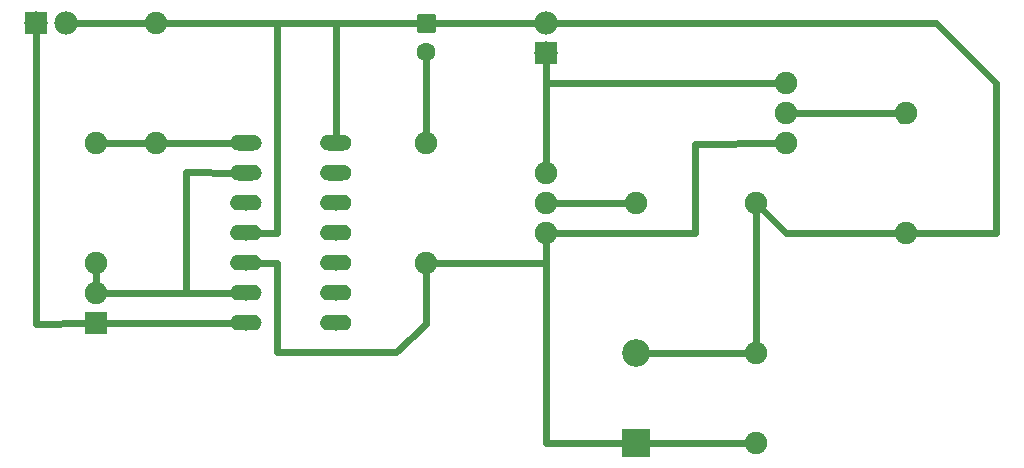
<source format=gbl>
G04 MADE WITH FRITZING*
G04 WWW.FRITZING.ORG*
G04 DOUBLE SIDED*
G04 HOLES PLATED*
G04 CONTOUR ON CENTER OF CONTOUR VECTOR*
%ASAXBY*%
%FSLAX23Y23*%
%MOIN*%
%OFA0B0*%
%SFA1.0B1.0*%
%ADD10C,0.075000*%
%ADD11C,0.062992*%
%ADD12C,0.052000*%
%ADD13C,0.078000*%
%ADD14C,0.092000*%
%ADD15R,0.075000X0.075000*%
%ADD16R,0.078000X0.078000*%
%ADD17R,0.092000X0.092000*%
%ADD18C,0.024000*%
%ADD19C,0.015748*%
%ADD20R,0.001000X0.001000*%
%LNCOPPER0*%
G90*
G70*
G54D10*
X514Y862D03*
X514Y962D03*
X2014Y1362D03*
X2014Y1262D03*
X2014Y1162D03*
X2814Y1662D03*
X2814Y1562D03*
X2814Y1462D03*
X3214Y1162D03*
X3214Y1562D03*
X1614Y1062D03*
X1614Y1462D03*
X2714Y1262D03*
X2314Y1262D03*
X714Y1862D03*
X714Y1462D03*
X514Y1062D03*
X514Y1462D03*
G54D11*
X1614Y1862D03*
X1614Y1764D03*
G54D10*
X2714Y462D03*
X2714Y762D03*
G54D12*
X1014Y1462D03*
X1014Y1362D03*
X1014Y1262D03*
X1014Y1162D03*
X1014Y1062D03*
X1014Y962D03*
X1014Y862D03*
X1314Y862D03*
X1314Y962D03*
X1314Y1062D03*
X1314Y1162D03*
X1314Y1262D03*
X1314Y1362D03*
X1314Y1462D03*
G54D13*
X314Y1862D03*
X414Y1862D03*
X2014Y1762D03*
X2014Y1862D03*
G54D14*
X2314Y462D03*
X2314Y762D03*
G54D15*
X514Y862D03*
G54D16*
X314Y1862D03*
X2014Y1762D03*
G54D17*
X2314Y462D03*
G54D18*
X1116Y1863D02*
X742Y1862D01*
D02*
X1041Y1162D02*
X1116Y1162D01*
D02*
X1116Y1162D02*
X1116Y1863D01*
D02*
X814Y961D02*
X987Y962D01*
D02*
X814Y1364D02*
X814Y961D01*
D02*
X987Y1362D02*
X814Y1364D01*
D02*
X2512Y1460D02*
X2512Y1162D01*
D02*
X2512Y1162D02*
X2042Y1162D01*
D02*
X2785Y1462D02*
X2512Y1460D01*
D02*
X742Y1462D02*
X987Y1462D01*
D02*
X1116Y764D02*
X1514Y764D01*
D02*
X1514Y764D02*
X1615Y860D01*
D02*
X1116Y1062D02*
X1116Y764D01*
D02*
X1615Y860D02*
X1614Y1033D01*
D02*
X1041Y1062D02*
X1116Y1062D01*
D02*
X2013Y1062D02*
X1642Y1062D01*
D02*
X2014Y1133D02*
X2013Y1062D01*
D02*
X2013Y1062D02*
X2013Y462D01*
D02*
X2013Y462D02*
X2277Y462D01*
D02*
X2685Y762D02*
X2351Y762D01*
D02*
X2714Y1233D02*
X2714Y791D01*
D02*
X2351Y462D02*
X2685Y462D01*
D02*
X3185Y1162D02*
X2814Y1162D01*
D02*
X2814Y1162D02*
X2734Y1242D01*
D02*
X3515Y1162D02*
X3242Y1162D01*
D02*
X3515Y1661D02*
X3515Y1162D01*
D02*
X3314Y1863D02*
X3515Y1661D01*
D02*
X2044Y1862D02*
X3314Y1863D01*
D02*
X3213Y1561D02*
X2842Y1562D01*
D02*
X3196Y1540D02*
X3213Y1561D01*
D02*
X2785Y1662D02*
X2013Y1661D01*
D02*
X2013Y1661D02*
X2014Y1732D01*
D02*
X2013Y1661D02*
X2014Y1391D01*
D02*
X1984Y1862D02*
X1641Y1862D01*
D02*
X1614Y1737D02*
X1614Y1491D01*
D02*
X1313Y1863D02*
X1116Y1863D01*
D02*
X1314Y1489D02*
X1313Y1863D01*
D02*
X1116Y1863D02*
X1587Y1862D01*
D02*
X685Y1862D02*
X444Y1862D01*
D02*
X542Y1462D02*
X685Y1462D01*
D02*
X542Y962D02*
X987Y962D01*
D02*
X987Y862D02*
X542Y862D01*
D02*
X314Y1832D02*
X314Y860D01*
D02*
X314Y860D02*
X485Y862D01*
D02*
X514Y991D02*
X514Y1033D01*
D02*
X2042Y1262D02*
X2285Y1262D01*
G54D19*
X1590Y1838D02*
X1590Y1886D01*
X1637Y1886D01*
X1637Y1838D01*
X1590Y1838D01*
D02*
G54D20*
X981Y1488D02*
X1046Y1488D01*
X1281Y1488D02*
X1345Y1488D01*
X978Y1487D02*
X1048Y1487D01*
X1278Y1487D02*
X1348Y1487D01*
X976Y1486D02*
X1050Y1486D01*
X1276Y1486D02*
X1350Y1486D01*
X974Y1485D02*
X1052Y1485D01*
X1274Y1485D02*
X1352Y1485D01*
X972Y1484D02*
X1054Y1484D01*
X1272Y1484D02*
X1354Y1484D01*
X971Y1483D02*
X1055Y1483D01*
X1271Y1483D02*
X1355Y1483D01*
X970Y1482D02*
X1056Y1482D01*
X1270Y1482D02*
X1356Y1482D01*
X969Y1481D02*
X1057Y1481D01*
X1269Y1481D02*
X1357Y1481D01*
X968Y1480D02*
X1058Y1480D01*
X1268Y1480D02*
X1358Y1480D01*
X967Y1479D02*
X1059Y1479D01*
X1267Y1479D02*
X1359Y1479D01*
X966Y1478D02*
X1007Y1478D01*
X1019Y1478D02*
X1060Y1478D01*
X1266Y1478D02*
X1307Y1478D01*
X1319Y1478D02*
X1360Y1478D01*
X966Y1477D02*
X1005Y1477D01*
X1021Y1477D02*
X1060Y1477D01*
X1266Y1477D02*
X1305Y1477D01*
X1321Y1477D02*
X1360Y1477D01*
X965Y1476D02*
X1003Y1476D01*
X1023Y1476D02*
X1061Y1476D01*
X1265Y1476D02*
X1303Y1476D01*
X1323Y1476D02*
X1361Y1476D01*
X965Y1475D02*
X1002Y1475D01*
X1024Y1475D02*
X1062Y1475D01*
X1265Y1475D02*
X1302Y1475D01*
X1324Y1475D02*
X1361Y1475D01*
X964Y1474D02*
X1001Y1474D01*
X1025Y1474D02*
X1062Y1474D01*
X1264Y1474D02*
X1301Y1474D01*
X1325Y1474D02*
X1362Y1474D01*
X964Y1473D02*
X1000Y1473D01*
X1026Y1473D02*
X1063Y1473D01*
X1264Y1473D02*
X1300Y1473D01*
X1326Y1473D02*
X1363Y1473D01*
X963Y1472D02*
X999Y1472D01*
X1027Y1472D02*
X1063Y1472D01*
X1263Y1472D02*
X1299Y1472D01*
X1327Y1472D02*
X1363Y1472D01*
X963Y1471D02*
X999Y1471D01*
X1027Y1471D02*
X1063Y1471D01*
X1263Y1471D02*
X1299Y1471D01*
X1327Y1471D02*
X1363Y1471D01*
X963Y1470D02*
X998Y1470D01*
X1028Y1470D02*
X1064Y1470D01*
X1263Y1470D02*
X1298Y1470D01*
X1328Y1470D02*
X1364Y1470D01*
X962Y1469D02*
X998Y1469D01*
X1028Y1469D02*
X1064Y1469D01*
X1262Y1469D02*
X1298Y1469D01*
X1328Y1469D02*
X1364Y1469D01*
X962Y1468D02*
X998Y1468D01*
X1029Y1468D02*
X1064Y1468D01*
X1262Y1468D02*
X1297Y1468D01*
X1329Y1468D02*
X1364Y1468D01*
X962Y1467D02*
X997Y1467D01*
X1029Y1467D02*
X1064Y1467D01*
X1262Y1467D02*
X1297Y1467D01*
X1329Y1467D02*
X1364Y1467D01*
X962Y1466D02*
X997Y1466D01*
X1029Y1466D02*
X1064Y1466D01*
X1262Y1466D02*
X1297Y1466D01*
X1329Y1466D02*
X1364Y1466D01*
X962Y1465D02*
X997Y1465D01*
X1029Y1465D02*
X1064Y1465D01*
X1262Y1465D02*
X1297Y1465D01*
X1329Y1465D02*
X1364Y1465D01*
X962Y1464D02*
X997Y1464D01*
X1029Y1464D02*
X1065Y1464D01*
X1262Y1464D02*
X1297Y1464D01*
X1329Y1464D02*
X1364Y1464D01*
X962Y1463D02*
X997Y1463D01*
X1030Y1463D02*
X1065Y1463D01*
X1262Y1463D02*
X1297Y1463D01*
X1330Y1463D02*
X1365Y1463D01*
X962Y1462D02*
X997Y1462D01*
X1030Y1462D02*
X1065Y1462D01*
X1262Y1462D02*
X1297Y1462D01*
X1329Y1462D02*
X1364Y1462D01*
X962Y1461D02*
X997Y1461D01*
X1029Y1461D02*
X1065Y1461D01*
X1262Y1461D02*
X1297Y1461D01*
X1329Y1461D02*
X1364Y1461D01*
X962Y1460D02*
X997Y1460D01*
X1029Y1460D02*
X1064Y1460D01*
X1262Y1460D02*
X1297Y1460D01*
X1329Y1460D02*
X1364Y1460D01*
X962Y1459D02*
X997Y1459D01*
X1029Y1459D02*
X1064Y1459D01*
X1262Y1459D02*
X1297Y1459D01*
X1329Y1459D02*
X1364Y1459D01*
X962Y1458D02*
X997Y1458D01*
X1029Y1458D02*
X1064Y1458D01*
X1262Y1458D02*
X1297Y1458D01*
X1329Y1458D02*
X1364Y1458D01*
X962Y1457D02*
X998Y1457D01*
X1028Y1457D02*
X1064Y1457D01*
X1262Y1457D02*
X1298Y1457D01*
X1328Y1457D02*
X1364Y1457D01*
X963Y1456D02*
X998Y1456D01*
X1028Y1456D02*
X1064Y1456D01*
X1263Y1456D02*
X1298Y1456D01*
X1328Y1456D02*
X1364Y1456D01*
X963Y1455D02*
X999Y1455D01*
X1027Y1455D02*
X1063Y1455D01*
X1263Y1455D02*
X1299Y1455D01*
X1327Y1455D02*
X1363Y1455D01*
X963Y1454D02*
X999Y1454D01*
X1027Y1454D02*
X1063Y1454D01*
X1263Y1454D02*
X1299Y1454D01*
X1327Y1454D02*
X1363Y1454D01*
X964Y1453D02*
X1000Y1453D01*
X1026Y1453D02*
X1063Y1453D01*
X1264Y1453D02*
X1300Y1453D01*
X1326Y1453D02*
X1363Y1453D01*
X964Y1452D02*
X1001Y1452D01*
X1025Y1452D02*
X1062Y1452D01*
X1264Y1452D02*
X1301Y1452D01*
X1325Y1452D02*
X1362Y1452D01*
X965Y1451D02*
X1002Y1451D01*
X1024Y1451D02*
X1062Y1451D01*
X1265Y1451D02*
X1302Y1451D01*
X1324Y1451D02*
X1361Y1451D01*
X965Y1450D02*
X1003Y1450D01*
X1023Y1450D02*
X1061Y1450D01*
X1265Y1450D02*
X1303Y1450D01*
X1323Y1450D02*
X1361Y1450D01*
X966Y1449D02*
X1005Y1449D01*
X1021Y1449D02*
X1060Y1449D01*
X1266Y1449D02*
X1305Y1449D01*
X1321Y1449D02*
X1360Y1449D01*
X966Y1448D02*
X1007Y1448D01*
X1019Y1448D02*
X1060Y1448D01*
X1266Y1448D02*
X1307Y1448D01*
X1319Y1448D02*
X1360Y1448D01*
X967Y1447D02*
X1012Y1447D01*
X1014Y1447D02*
X1059Y1447D01*
X1267Y1447D02*
X1312Y1447D01*
X1314Y1447D02*
X1359Y1447D01*
X968Y1446D02*
X1058Y1446D01*
X1268Y1446D02*
X1358Y1446D01*
X969Y1445D02*
X1057Y1445D01*
X1269Y1445D02*
X1357Y1445D01*
X970Y1444D02*
X1056Y1444D01*
X1270Y1444D02*
X1356Y1444D01*
X971Y1443D02*
X1055Y1443D01*
X1271Y1443D02*
X1355Y1443D01*
X972Y1442D02*
X1054Y1442D01*
X1272Y1442D02*
X1354Y1442D01*
X974Y1441D02*
X1052Y1441D01*
X1274Y1441D02*
X1352Y1441D01*
X976Y1440D02*
X1051Y1440D01*
X1276Y1440D02*
X1350Y1440D01*
X978Y1439D02*
X1049Y1439D01*
X1278Y1439D02*
X1349Y1439D01*
X980Y1438D02*
X1046Y1438D01*
X1280Y1438D02*
X1346Y1438D01*
X987Y1437D02*
X1039Y1437D01*
X1287Y1437D02*
X1339Y1437D01*
X981Y1388D02*
X1046Y1388D01*
X1281Y1388D02*
X1346Y1388D01*
X978Y1387D02*
X1049Y1387D01*
X1278Y1387D02*
X1348Y1387D01*
X976Y1386D02*
X1050Y1386D01*
X1276Y1386D02*
X1350Y1386D01*
X974Y1385D02*
X1052Y1385D01*
X1274Y1385D02*
X1352Y1385D01*
X972Y1384D02*
X1054Y1384D01*
X1272Y1384D02*
X1354Y1384D01*
X971Y1383D02*
X1055Y1383D01*
X1271Y1383D02*
X1355Y1383D01*
X970Y1382D02*
X1056Y1382D01*
X1270Y1382D02*
X1356Y1382D01*
X969Y1381D02*
X1057Y1381D01*
X1269Y1381D02*
X1357Y1381D01*
X968Y1380D02*
X1058Y1380D01*
X1268Y1380D02*
X1358Y1380D01*
X967Y1379D02*
X1059Y1379D01*
X1267Y1379D02*
X1359Y1379D01*
X966Y1378D02*
X1007Y1378D01*
X1019Y1378D02*
X1060Y1378D01*
X1266Y1378D02*
X1307Y1378D01*
X1319Y1378D02*
X1360Y1378D01*
X966Y1377D02*
X1005Y1377D01*
X1021Y1377D02*
X1060Y1377D01*
X1266Y1377D02*
X1305Y1377D01*
X1321Y1377D02*
X1360Y1377D01*
X965Y1376D02*
X1003Y1376D01*
X1023Y1376D02*
X1061Y1376D01*
X1265Y1376D02*
X1303Y1376D01*
X1323Y1376D02*
X1361Y1376D01*
X965Y1375D02*
X1002Y1375D01*
X1024Y1375D02*
X1062Y1375D01*
X1265Y1375D02*
X1302Y1375D01*
X1324Y1375D02*
X1361Y1375D01*
X964Y1374D02*
X1001Y1374D01*
X1025Y1374D02*
X1062Y1374D01*
X1264Y1374D02*
X1301Y1374D01*
X1325Y1374D02*
X1362Y1374D01*
X964Y1373D02*
X1000Y1373D01*
X1026Y1373D02*
X1063Y1373D01*
X1264Y1373D02*
X1300Y1373D01*
X1326Y1373D02*
X1363Y1373D01*
X963Y1372D02*
X999Y1372D01*
X1027Y1372D02*
X1063Y1372D01*
X1263Y1372D02*
X1299Y1372D01*
X1327Y1372D02*
X1363Y1372D01*
X963Y1371D02*
X999Y1371D01*
X1027Y1371D02*
X1063Y1371D01*
X1263Y1371D02*
X1299Y1371D01*
X1327Y1371D02*
X1363Y1371D01*
X963Y1370D02*
X998Y1370D01*
X1028Y1370D02*
X1064Y1370D01*
X1263Y1370D02*
X1298Y1370D01*
X1328Y1370D02*
X1364Y1370D01*
X962Y1369D02*
X998Y1369D01*
X1028Y1369D02*
X1064Y1369D01*
X1262Y1369D02*
X1298Y1369D01*
X1328Y1369D02*
X1364Y1369D01*
X962Y1368D02*
X997Y1368D01*
X1029Y1368D02*
X1064Y1368D01*
X1262Y1368D02*
X1297Y1368D01*
X1329Y1368D02*
X1364Y1368D01*
X962Y1367D02*
X997Y1367D01*
X1029Y1367D02*
X1064Y1367D01*
X1262Y1367D02*
X1297Y1367D01*
X1329Y1367D02*
X1364Y1367D01*
X962Y1366D02*
X997Y1366D01*
X1029Y1366D02*
X1064Y1366D01*
X1262Y1366D02*
X1297Y1366D01*
X1329Y1366D02*
X1364Y1366D01*
X962Y1365D02*
X997Y1365D01*
X1029Y1365D02*
X1064Y1365D01*
X1262Y1365D02*
X1297Y1365D01*
X1329Y1365D02*
X1364Y1365D01*
X962Y1364D02*
X997Y1364D01*
X1030Y1364D02*
X1065Y1364D01*
X1262Y1364D02*
X1297Y1364D01*
X1329Y1364D02*
X1364Y1364D01*
X962Y1363D02*
X997Y1363D01*
X1030Y1363D02*
X1065Y1363D01*
X1262Y1363D02*
X1297Y1363D01*
X1330Y1363D02*
X1365Y1363D01*
X962Y1362D02*
X997Y1362D01*
X1030Y1362D02*
X1065Y1362D01*
X1262Y1362D02*
X1297Y1362D01*
X1329Y1362D02*
X1364Y1362D01*
X962Y1361D02*
X997Y1361D01*
X1029Y1361D02*
X1065Y1361D01*
X1262Y1361D02*
X1297Y1361D01*
X1329Y1361D02*
X1364Y1361D01*
X962Y1360D02*
X997Y1360D01*
X1029Y1360D02*
X1064Y1360D01*
X1262Y1360D02*
X1297Y1360D01*
X1329Y1360D02*
X1364Y1360D01*
X962Y1359D02*
X997Y1359D01*
X1029Y1359D02*
X1064Y1359D01*
X1262Y1359D02*
X1297Y1359D01*
X1329Y1359D02*
X1364Y1359D01*
X962Y1358D02*
X997Y1358D01*
X1029Y1358D02*
X1064Y1358D01*
X1262Y1358D02*
X1297Y1358D01*
X1329Y1358D02*
X1364Y1358D01*
X962Y1357D02*
X998Y1357D01*
X1028Y1357D02*
X1064Y1357D01*
X1262Y1357D02*
X1298Y1357D01*
X1328Y1357D02*
X1364Y1357D01*
X963Y1356D02*
X998Y1356D01*
X1028Y1356D02*
X1064Y1356D01*
X1263Y1356D02*
X1298Y1356D01*
X1328Y1356D02*
X1364Y1356D01*
X963Y1355D02*
X999Y1355D01*
X1027Y1355D02*
X1063Y1355D01*
X1263Y1355D02*
X1299Y1355D01*
X1327Y1355D02*
X1363Y1355D01*
X963Y1354D02*
X999Y1354D01*
X1027Y1354D02*
X1063Y1354D01*
X1263Y1354D02*
X1299Y1354D01*
X1327Y1354D02*
X1363Y1354D01*
X964Y1353D02*
X1000Y1353D01*
X1026Y1353D02*
X1063Y1353D01*
X1264Y1353D02*
X1300Y1353D01*
X1326Y1353D02*
X1363Y1353D01*
X964Y1352D02*
X1001Y1352D01*
X1025Y1352D02*
X1062Y1352D01*
X1264Y1352D02*
X1301Y1352D01*
X1325Y1352D02*
X1362Y1352D01*
X965Y1351D02*
X1002Y1351D01*
X1024Y1351D02*
X1062Y1351D01*
X1265Y1351D02*
X1302Y1351D01*
X1324Y1351D02*
X1361Y1351D01*
X965Y1350D02*
X1003Y1350D01*
X1023Y1350D02*
X1061Y1350D01*
X1265Y1350D02*
X1303Y1350D01*
X1323Y1350D02*
X1361Y1350D01*
X966Y1349D02*
X1005Y1349D01*
X1021Y1349D02*
X1060Y1349D01*
X1266Y1349D02*
X1305Y1349D01*
X1321Y1349D02*
X1360Y1349D01*
X966Y1348D02*
X1007Y1348D01*
X1019Y1348D02*
X1060Y1348D01*
X1266Y1348D02*
X1307Y1348D01*
X1319Y1348D02*
X1360Y1348D01*
X967Y1347D02*
X1059Y1347D01*
X1267Y1347D02*
X1359Y1347D01*
X968Y1346D02*
X1058Y1346D01*
X1268Y1346D02*
X1358Y1346D01*
X969Y1345D02*
X1057Y1345D01*
X1269Y1345D02*
X1357Y1345D01*
X970Y1344D02*
X1056Y1344D01*
X1270Y1344D02*
X1356Y1344D01*
X971Y1343D02*
X1055Y1343D01*
X1271Y1343D02*
X1355Y1343D01*
X972Y1342D02*
X1054Y1342D01*
X1272Y1342D02*
X1354Y1342D01*
X974Y1341D02*
X1052Y1341D01*
X1274Y1341D02*
X1352Y1341D01*
X976Y1340D02*
X1050Y1340D01*
X1276Y1340D02*
X1350Y1340D01*
X978Y1339D02*
X1049Y1339D01*
X1278Y1339D02*
X1349Y1339D01*
X981Y1338D02*
X1046Y1338D01*
X1280Y1338D02*
X1346Y1338D01*
X988Y1337D02*
X1038Y1337D01*
X1288Y1337D02*
X1338Y1337D01*
X987Y1289D02*
X1039Y1289D01*
X1287Y1289D02*
X1339Y1289D01*
X980Y1288D02*
X1046Y1288D01*
X1280Y1288D02*
X1346Y1288D01*
X978Y1287D02*
X1049Y1287D01*
X1278Y1287D02*
X1349Y1287D01*
X976Y1286D02*
X1051Y1286D01*
X1276Y1286D02*
X1350Y1286D01*
X974Y1285D02*
X1052Y1285D01*
X1274Y1285D02*
X1352Y1285D01*
X972Y1284D02*
X1054Y1284D01*
X1272Y1284D02*
X1354Y1284D01*
X971Y1283D02*
X1055Y1283D01*
X1271Y1283D02*
X1355Y1283D01*
X970Y1282D02*
X1056Y1282D01*
X1270Y1282D02*
X1356Y1282D01*
X969Y1281D02*
X1057Y1281D01*
X1269Y1281D02*
X1357Y1281D01*
X968Y1280D02*
X1058Y1280D01*
X1268Y1280D02*
X1358Y1280D01*
X967Y1279D02*
X1059Y1279D01*
X1267Y1279D02*
X1359Y1279D01*
X966Y1278D02*
X1007Y1278D01*
X1019Y1278D02*
X1060Y1278D01*
X1266Y1278D02*
X1307Y1278D01*
X1319Y1278D02*
X1360Y1278D01*
X966Y1277D02*
X1005Y1277D01*
X1021Y1277D02*
X1060Y1277D01*
X1266Y1277D02*
X1305Y1277D01*
X1321Y1277D02*
X1360Y1277D01*
X965Y1276D02*
X1003Y1276D01*
X1023Y1276D02*
X1061Y1276D01*
X1265Y1276D02*
X1303Y1276D01*
X1323Y1276D02*
X1361Y1276D01*
X965Y1275D02*
X1002Y1275D01*
X1024Y1275D02*
X1062Y1275D01*
X1265Y1275D02*
X1302Y1275D01*
X1324Y1275D02*
X1361Y1275D01*
X964Y1274D02*
X1001Y1274D01*
X1025Y1274D02*
X1062Y1274D01*
X1264Y1274D02*
X1301Y1274D01*
X1325Y1274D02*
X1362Y1274D01*
X964Y1273D02*
X1000Y1273D01*
X1026Y1273D02*
X1063Y1273D01*
X1264Y1273D02*
X1300Y1273D01*
X1326Y1273D02*
X1363Y1273D01*
X963Y1272D02*
X999Y1272D01*
X1027Y1272D02*
X1063Y1272D01*
X1263Y1272D02*
X1299Y1272D01*
X1327Y1272D02*
X1363Y1272D01*
X963Y1271D02*
X999Y1271D01*
X1027Y1271D02*
X1063Y1271D01*
X1263Y1271D02*
X1299Y1271D01*
X1327Y1271D02*
X1363Y1271D01*
X963Y1270D02*
X998Y1270D01*
X1028Y1270D02*
X1064Y1270D01*
X1263Y1270D02*
X1298Y1270D01*
X1328Y1270D02*
X1364Y1270D01*
X962Y1269D02*
X998Y1269D01*
X1028Y1269D02*
X1064Y1269D01*
X1262Y1269D02*
X1298Y1269D01*
X1328Y1269D02*
X1364Y1269D01*
X962Y1268D02*
X997Y1268D01*
X1029Y1268D02*
X1064Y1268D01*
X1262Y1268D02*
X1297Y1268D01*
X1329Y1268D02*
X1364Y1268D01*
X962Y1267D02*
X997Y1267D01*
X1029Y1267D02*
X1064Y1267D01*
X1262Y1267D02*
X1297Y1267D01*
X1329Y1267D02*
X1364Y1267D01*
X962Y1266D02*
X997Y1266D01*
X1029Y1266D02*
X1064Y1266D01*
X1262Y1266D02*
X1297Y1266D01*
X1329Y1266D02*
X1364Y1266D01*
X962Y1265D02*
X997Y1265D01*
X1029Y1265D02*
X1065Y1265D01*
X1262Y1265D02*
X1297Y1265D01*
X1329Y1265D02*
X1364Y1265D01*
X962Y1264D02*
X997Y1264D01*
X1030Y1264D02*
X1065Y1264D01*
X1262Y1264D02*
X1297Y1264D01*
X1329Y1264D02*
X1364Y1264D01*
X962Y1263D02*
X997Y1263D01*
X1030Y1263D02*
X1065Y1263D01*
X1262Y1263D02*
X1297Y1263D01*
X1330Y1263D02*
X1365Y1263D01*
X962Y1262D02*
X997Y1262D01*
X1030Y1262D02*
X1065Y1262D01*
X1262Y1262D02*
X1297Y1262D01*
X1329Y1262D02*
X1364Y1262D01*
X962Y1261D02*
X997Y1261D01*
X1029Y1261D02*
X1064Y1261D01*
X1262Y1261D02*
X1297Y1261D01*
X1329Y1261D02*
X1364Y1261D01*
X962Y1260D02*
X997Y1260D01*
X1029Y1260D02*
X1064Y1260D01*
X1262Y1260D02*
X1297Y1260D01*
X1329Y1260D02*
X1364Y1260D01*
X962Y1259D02*
X997Y1259D01*
X1029Y1259D02*
X1064Y1259D01*
X1262Y1259D02*
X1297Y1259D01*
X1329Y1259D02*
X1364Y1259D01*
X962Y1258D02*
X997Y1258D01*
X1029Y1258D02*
X1064Y1258D01*
X1262Y1258D02*
X1297Y1258D01*
X1329Y1258D02*
X1364Y1258D01*
X962Y1257D02*
X998Y1257D01*
X1028Y1257D02*
X1064Y1257D01*
X1262Y1257D02*
X1298Y1257D01*
X1328Y1257D02*
X1364Y1257D01*
X963Y1256D02*
X998Y1256D01*
X1028Y1256D02*
X1064Y1256D01*
X1263Y1256D02*
X1298Y1256D01*
X1328Y1256D02*
X1364Y1256D01*
X963Y1255D02*
X999Y1255D01*
X1027Y1255D02*
X1063Y1255D01*
X1263Y1255D02*
X1299Y1255D01*
X1327Y1255D02*
X1363Y1255D01*
X963Y1254D02*
X999Y1254D01*
X1027Y1254D02*
X1063Y1254D01*
X1263Y1254D02*
X1299Y1254D01*
X1327Y1254D02*
X1363Y1254D01*
X964Y1253D02*
X1000Y1253D01*
X1026Y1253D02*
X1063Y1253D01*
X1264Y1253D02*
X1300Y1253D01*
X1326Y1253D02*
X1363Y1253D01*
X964Y1252D02*
X1001Y1252D01*
X1025Y1252D02*
X1062Y1252D01*
X1264Y1252D02*
X1301Y1252D01*
X1325Y1252D02*
X1362Y1252D01*
X965Y1251D02*
X1002Y1251D01*
X1024Y1251D02*
X1062Y1251D01*
X1265Y1251D02*
X1302Y1251D01*
X1324Y1251D02*
X1361Y1251D01*
X965Y1250D02*
X1003Y1250D01*
X1023Y1250D02*
X1061Y1250D01*
X1265Y1250D02*
X1303Y1250D01*
X1323Y1250D02*
X1361Y1250D01*
X966Y1249D02*
X1005Y1249D01*
X1021Y1249D02*
X1060Y1249D01*
X1266Y1249D02*
X1305Y1249D01*
X1321Y1249D02*
X1360Y1249D01*
X966Y1248D02*
X1007Y1248D01*
X1019Y1248D02*
X1060Y1248D01*
X1266Y1248D02*
X1307Y1248D01*
X1319Y1248D02*
X1360Y1248D01*
X967Y1247D02*
X1059Y1247D01*
X1267Y1247D02*
X1359Y1247D01*
X968Y1246D02*
X1058Y1246D01*
X1268Y1246D02*
X1358Y1246D01*
X969Y1245D02*
X1057Y1245D01*
X1269Y1245D02*
X1357Y1245D01*
X970Y1244D02*
X1056Y1244D01*
X1270Y1244D02*
X1356Y1244D01*
X971Y1243D02*
X1055Y1243D01*
X1271Y1243D02*
X1355Y1243D01*
X972Y1242D02*
X1054Y1242D01*
X1272Y1242D02*
X1354Y1242D01*
X974Y1241D02*
X1052Y1241D01*
X1274Y1241D02*
X1352Y1241D01*
X976Y1240D02*
X1050Y1240D01*
X1276Y1240D02*
X1350Y1240D01*
X978Y1239D02*
X1048Y1239D01*
X1278Y1239D02*
X1348Y1239D01*
X981Y1238D02*
X1046Y1238D01*
X1281Y1238D02*
X1345Y1238D01*
X987Y1189D02*
X1040Y1189D01*
X1286Y1189D02*
X1340Y1189D01*
X980Y1188D02*
X1046Y1188D01*
X1280Y1188D02*
X1346Y1188D01*
X978Y1187D02*
X1049Y1187D01*
X1277Y1187D02*
X1349Y1187D01*
X976Y1186D02*
X1051Y1186D01*
X1276Y1186D02*
X1351Y1186D01*
X974Y1185D02*
X1052Y1185D01*
X1274Y1185D02*
X1352Y1185D01*
X972Y1184D02*
X1054Y1184D01*
X1272Y1184D02*
X1354Y1184D01*
X971Y1183D02*
X1055Y1183D01*
X1271Y1183D02*
X1355Y1183D01*
X970Y1182D02*
X1056Y1182D01*
X1270Y1182D02*
X1356Y1182D01*
X969Y1181D02*
X1057Y1181D01*
X1269Y1181D02*
X1357Y1181D01*
X968Y1180D02*
X1058Y1180D01*
X1268Y1180D02*
X1358Y1180D01*
X967Y1179D02*
X1012Y1179D01*
X1014Y1179D02*
X1059Y1179D01*
X1267Y1179D02*
X1312Y1179D01*
X1314Y1179D02*
X1359Y1179D01*
X966Y1178D02*
X1007Y1178D01*
X1019Y1178D02*
X1060Y1178D01*
X1266Y1178D02*
X1307Y1178D01*
X1319Y1178D02*
X1360Y1178D01*
X966Y1177D02*
X1005Y1177D01*
X1021Y1177D02*
X1060Y1177D01*
X1266Y1177D02*
X1305Y1177D01*
X1321Y1177D02*
X1360Y1177D01*
X965Y1176D02*
X1003Y1176D01*
X1023Y1176D02*
X1061Y1176D01*
X1265Y1176D02*
X1303Y1176D01*
X1323Y1176D02*
X1361Y1176D01*
X965Y1175D02*
X1002Y1175D01*
X1024Y1175D02*
X1062Y1175D01*
X1265Y1175D02*
X1302Y1175D01*
X1324Y1175D02*
X1361Y1175D01*
X964Y1174D02*
X1001Y1174D01*
X1025Y1174D02*
X1062Y1174D01*
X1264Y1174D02*
X1301Y1174D01*
X1325Y1174D02*
X1362Y1174D01*
X964Y1173D02*
X1000Y1173D01*
X1026Y1173D02*
X1063Y1173D01*
X1264Y1173D02*
X1300Y1173D01*
X1326Y1173D02*
X1363Y1173D01*
X963Y1172D02*
X999Y1172D01*
X1027Y1172D02*
X1063Y1172D01*
X1263Y1172D02*
X1299Y1172D01*
X1327Y1172D02*
X1363Y1172D01*
X963Y1171D02*
X999Y1171D01*
X1027Y1171D02*
X1063Y1171D01*
X1263Y1171D02*
X1299Y1171D01*
X1327Y1171D02*
X1363Y1171D01*
X963Y1170D02*
X998Y1170D01*
X1028Y1170D02*
X1064Y1170D01*
X1263Y1170D02*
X1298Y1170D01*
X1328Y1170D02*
X1364Y1170D01*
X962Y1169D02*
X998Y1169D01*
X1028Y1169D02*
X1064Y1169D01*
X1262Y1169D02*
X1298Y1169D01*
X1328Y1169D02*
X1364Y1169D01*
X962Y1168D02*
X997Y1168D01*
X1029Y1168D02*
X1064Y1168D01*
X1262Y1168D02*
X1297Y1168D01*
X1329Y1168D02*
X1364Y1168D01*
X962Y1167D02*
X997Y1167D01*
X1029Y1167D02*
X1064Y1167D01*
X1262Y1167D02*
X1297Y1167D01*
X1329Y1167D02*
X1364Y1167D01*
X962Y1166D02*
X997Y1166D01*
X1029Y1166D02*
X1064Y1166D01*
X1262Y1166D02*
X1297Y1166D01*
X1329Y1166D02*
X1364Y1166D01*
X962Y1165D02*
X997Y1165D01*
X1029Y1165D02*
X1065Y1165D01*
X1262Y1165D02*
X1297Y1165D01*
X1329Y1165D02*
X1364Y1165D01*
X962Y1164D02*
X997Y1164D01*
X1030Y1164D02*
X1065Y1164D01*
X1262Y1164D02*
X1297Y1164D01*
X1329Y1164D02*
X1364Y1164D01*
X962Y1163D02*
X997Y1163D01*
X1030Y1163D02*
X1065Y1163D01*
X1262Y1163D02*
X1297Y1163D01*
X1330Y1163D02*
X1365Y1163D01*
X962Y1162D02*
X997Y1162D01*
X1029Y1162D02*
X1065Y1162D01*
X1262Y1162D02*
X1297Y1162D01*
X1329Y1162D02*
X1364Y1162D01*
X962Y1161D02*
X997Y1161D01*
X1029Y1161D02*
X1064Y1161D01*
X1262Y1161D02*
X1297Y1161D01*
X1329Y1161D02*
X1364Y1161D01*
X962Y1160D02*
X997Y1160D01*
X1029Y1160D02*
X1064Y1160D01*
X1262Y1160D02*
X1297Y1160D01*
X1329Y1160D02*
X1364Y1160D01*
X962Y1159D02*
X997Y1159D01*
X1029Y1159D02*
X1064Y1159D01*
X1262Y1159D02*
X1297Y1159D01*
X1329Y1159D02*
X1364Y1159D01*
X962Y1158D02*
X998Y1158D01*
X1029Y1158D02*
X1064Y1158D01*
X1262Y1158D02*
X1297Y1158D01*
X1329Y1158D02*
X1364Y1158D01*
X962Y1157D02*
X998Y1157D01*
X1028Y1157D02*
X1064Y1157D01*
X1262Y1157D02*
X1298Y1157D01*
X1328Y1157D02*
X1364Y1157D01*
X963Y1156D02*
X998Y1156D01*
X1028Y1156D02*
X1064Y1156D01*
X1263Y1156D02*
X1298Y1156D01*
X1328Y1156D02*
X1364Y1156D01*
X963Y1155D02*
X999Y1155D01*
X1027Y1155D02*
X1063Y1155D01*
X1263Y1155D02*
X1299Y1155D01*
X1327Y1155D02*
X1363Y1155D01*
X963Y1154D02*
X999Y1154D01*
X1027Y1154D02*
X1063Y1154D01*
X1263Y1154D02*
X1299Y1154D01*
X1327Y1154D02*
X1363Y1154D01*
X964Y1153D02*
X1000Y1153D01*
X1026Y1153D02*
X1063Y1153D01*
X1264Y1153D02*
X1300Y1153D01*
X1326Y1153D02*
X1362Y1153D01*
X964Y1152D02*
X1001Y1152D01*
X1025Y1152D02*
X1062Y1152D01*
X1264Y1152D02*
X1301Y1152D01*
X1325Y1152D02*
X1362Y1152D01*
X965Y1151D02*
X1002Y1151D01*
X1024Y1151D02*
X1062Y1151D01*
X1265Y1151D02*
X1302Y1151D01*
X1324Y1151D02*
X1361Y1151D01*
X965Y1150D02*
X1003Y1150D01*
X1023Y1150D02*
X1061Y1150D01*
X1265Y1150D02*
X1303Y1150D01*
X1323Y1150D02*
X1361Y1150D01*
X966Y1149D02*
X1005Y1149D01*
X1021Y1149D02*
X1060Y1149D01*
X1266Y1149D02*
X1305Y1149D01*
X1321Y1149D02*
X1360Y1149D01*
X966Y1148D02*
X1007Y1148D01*
X1019Y1148D02*
X1060Y1148D01*
X1266Y1148D02*
X1307Y1148D01*
X1319Y1148D02*
X1360Y1148D01*
X967Y1147D02*
X1059Y1147D01*
X1267Y1147D02*
X1359Y1147D01*
X968Y1146D02*
X1058Y1146D01*
X1268Y1146D02*
X1358Y1146D01*
X969Y1145D02*
X1057Y1145D01*
X1269Y1145D02*
X1357Y1145D01*
X970Y1144D02*
X1056Y1144D01*
X1270Y1144D02*
X1356Y1144D01*
X971Y1143D02*
X1055Y1143D01*
X1271Y1143D02*
X1355Y1143D01*
X972Y1142D02*
X1054Y1142D01*
X1272Y1142D02*
X1354Y1142D01*
X974Y1141D02*
X1052Y1141D01*
X1274Y1141D02*
X1352Y1141D01*
X976Y1140D02*
X1050Y1140D01*
X1276Y1140D02*
X1350Y1140D01*
X978Y1139D02*
X1048Y1139D01*
X1278Y1139D02*
X1348Y1139D01*
X981Y1138D02*
X1045Y1138D01*
X1281Y1138D02*
X1345Y1138D01*
X986Y1089D02*
X1040Y1089D01*
X1286Y1089D02*
X1340Y1089D01*
X980Y1088D02*
X1046Y1088D01*
X1280Y1088D02*
X1346Y1088D01*
X977Y1087D02*
X1049Y1087D01*
X1277Y1087D02*
X1349Y1087D01*
X976Y1086D02*
X1051Y1086D01*
X1276Y1086D02*
X1351Y1086D01*
X974Y1085D02*
X1052Y1085D01*
X1274Y1085D02*
X1352Y1085D01*
X972Y1084D02*
X1054Y1084D01*
X1272Y1084D02*
X1354Y1084D01*
X971Y1083D02*
X1055Y1083D01*
X1271Y1083D02*
X1355Y1083D01*
X970Y1082D02*
X1056Y1082D01*
X1270Y1082D02*
X1356Y1082D01*
X969Y1081D02*
X1057Y1081D01*
X1269Y1081D02*
X1357Y1081D01*
X968Y1080D02*
X1058Y1080D01*
X1268Y1080D02*
X1358Y1080D01*
X967Y1079D02*
X1012Y1079D01*
X1014Y1079D02*
X1059Y1079D01*
X1267Y1079D02*
X1312Y1079D01*
X1314Y1079D02*
X1359Y1079D01*
X966Y1078D02*
X1007Y1078D01*
X1019Y1078D02*
X1060Y1078D01*
X1266Y1078D02*
X1307Y1078D01*
X1319Y1078D02*
X1360Y1078D01*
X966Y1077D02*
X1005Y1077D01*
X1021Y1077D02*
X1060Y1077D01*
X1266Y1077D02*
X1305Y1077D01*
X1321Y1077D02*
X1360Y1077D01*
X965Y1076D02*
X1003Y1076D01*
X1023Y1076D02*
X1061Y1076D01*
X1265Y1076D02*
X1303Y1076D01*
X1323Y1076D02*
X1361Y1076D01*
X965Y1075D02*
X1002Y1075D01*
X1024Y1075D02*
X1062Y1075D01*
X1265Y1075D02*
X1302Y1075D01*
X1324Y1075D02*
X1362Y1075D01*
X964Y1074D02*
X1001Y1074D01*
X1025Y1074D02*
X1062Y1074D01*
X1264Y1074D02*
X1301Y1074D01*
X1325Y1074D02*
X1362Y1074D01*
X964Y1073D02*
X1000Y1073D01*
X1026Y1073D02*
X1063Y1073D01*
X1264Y1073D02*
X1300Y1073D01*
X1326Y1073D02*
X1363Y1073D01*
X963Y1072D02*
X999Y1072D01*
X1027Y1072D02*
X1063Y1072D01*
X1263Y1072D02*
X1299Y1072D01*
X1327Y1072D02*
X1363Y1072D01*
X963Y1071D02*
X999Y1071D01*
X1027Y1071D02*
X1063Y1071D01*
X1263Y1071D02*
X1299Y1071D01*
X1327Y1071D02*
X1363Y1071D01*
X963Y1070D02*
X998Y1070D01*
X1028Y1070D02*
X1064Y1070D01*
X1263Y1070D02*
X1298Y1070D01*
X1328Y1070D02*
X1364Y1070D01*
X962Y1069D02*
X998Y1069D01*
X1028Y1069D02*
X1064Y1069D01*
X1262Y1069D02*
X1298Y1069D01*
X1328Y1069D02*
X1364Y1069D01*
X962Y1068D02*
X997Y1068D01*
X1029Y1068D02*
X1064Y1068D01*
X1262Y1068D02*
X1297Y1068D01*
X1329Y1068D02*
X1364Y1068D01*
X962Y1067D02*
X997Y1067D01*
X1029Y1067D02*
X1064Y1067D01*
X1262Y1067D02*
X1297Y1067D01*
X1329Y1067D02*
X1364Y1067D01*
X962Y1066D02*
X997Y1066D01*
X1029Y1066D02*
X1064Y1066D01*
X1262Y1066D02*
X1297Y1066D01*
X1329Y1066D02*
X1364Y1066D01*
X962Y1065D02*
X997Y1065D01*
X1029Y1065D02*
X1065Y1065D01*
X1262Y1065D02*
X1297Y1065D01*
X1329Y1065D02*
X1364Y1065D01*
X962Y1064D02*
X997Y1064D01*
X1030Y1064D02*
X1065Y1064D01*
X1262Y1064D02*
X1297Y1064D01*
X1329Y1064D02*
X1364Y1064D01*
X962Y1063D02*
X997Y1063D01*
X1030Y1063D02*
X1065Y1063D01*
X1262Y1063D02*
X1297Y1063D01*
X1330Y1063D02*
X1365Y1063D01*
X962Y1062D02*
X997Y1062D01*
X1029Y1062D02*
X1065Y1062D01*
X1262Y1062D02*
X1297Y1062D01*
X1329Y1062D02*
X1364Y1062D01*
X962Y1061D02*
X997Y1061D01*
X1029Y1061D02*
X1064Y1061D01*
X1262Y1061D02*
X1297Y1061D01*
X1329Y1061D02*
X1364Y1061D01*
X962Y1060D02*
X997Y1060D01*
X1029Y1060D02*
X1064Y1060D01*
X1262Y1060D02*
X1297Y1060D01*
X1329Y1060D02*
X1364Y1060D01*
X962Y1059D02*
X997Y1059D01*
X1029Y1059D02*
X1064Y1059D01*
X1262Y1059D02*
X1297Y1059D01*
X1329Y1059D02*
X1364Y1059D01*
X962Y1058D02*
X998Y1058D01*
X1029Y1058D02*
X1064Y1058D01*
X1262Y1058D02*
X1297Y1058D01*
X1329Y1058D02*
X1364Y1058D01*
X962Y1057D02*
X998Y1057D01*
X1028Y1057D02*
X1064Y1057D01*
X1262Y1057D02*
X1298Y1057D01*
X1328Y1057D02*
X1364Y1057D01*
X963Y1056D02*
X998Y1056D01*
X1028Y1056D02*
X1064Y1056D01*
X1263Y1056D02*
X1298Y1056D01*
X1328Y1056D02*
X1364Y1056D01*
X963Y1055D02*
X999Y1055D01*
X1027Y1055D02*
X1063Y1055D01*
X1263Y1055D02*
X1299Y1055D01*
X1327Y1055D02*
X1363Y1055D01*
X963Y1054D02*
X999Y1054D01*
X1027Y1054D02*
X1063Y1054D01*
X1263Y1054D02*
X1299Y1054D01*
X1327Y1054D02*
X1363Y1054D01*
X964Y1053D02*
X1000Y1053D01*
X1026Y1053D02*
X1063Y1053D01*
X1264Y1053D02*
X1300Y1053D01*
X1326Y1053D02*
X1362Y1053D01*
X964Y1052D02*
X1001Y1052D01*
X1025Y1052D02*
X1062Y1052D01*
X1264Y1052D02*
X1301Y1052D01*
X1325Y1052D02*
X1362Y1052D01*
X965Y1051D02*
X1002Y1051D01*
X1024Y1051D02*
X1061Y1051D01*
X1265Y1051D02*
X1302Y1051D01*
X1324Y1051D02*
X1361Y1051D01*
X965Y1050D02*
X1003Y1050D01*
X1023Y1050D02*
X1061Y1050D01*
X1265Y1050D02*
X1303Y1050D01*
X1323Y1050D02*
X1361Y1050D01*
X966Y1049D02*
X1005Y1049D01*
X1021Y1049D02*
X1060Y1049D01*
X1266Y1049D02*
X1305Y1049D01*
X1321Y1049D02*
X1360Y1049D01*
X967Y1048D02*
X1008Y1048D01*
X1019Y1048D02*
X1060Y1048D01*
X1266Y1048D02*
X1307Y1048D01*
X1319Y1048D02*
X1360Y1048D01*
X967Y1047D02*
X1059Y1047D01*
X1267Y1047D02*
X1359Y1047D01*
X968Y1046D02*
X1058Y1046D01*
X1268Y1046D02*
X1358Y1046D01*
X969Y1045D02*
X1057Y1045D01*
X1269Y1045D02*
X1357Y1045D01*
X970Y1044D02*
X1056Y1044D01*
X1270Y1044D02*
X1356Y1044D01*
X971Y1043D02*
X1055Y1043D01*
X1271Y1043D02*
X1355Y1043D01*
X973Y1042D02*
X1054Y1042D01*
X1272Y1042D02*
X1354Y1042D01*
X974Y1041D02*
X1052Y1041D01*
X1274Y1041D02*
X1352Y1041D01*
X976Y1040D02*
X1050Y1040D01*
X1276Y1040D02*
X1350Y1040D01*
X978Y1039D02*
X1048Y1039D01*
X1278Y1039D02*
X1348Y1039D01*
X981Y1038D02*
X1045Y1038D01*
X1281Y1038D02*
X1345Y1038D01*
X985Y989D02*
X1041Y989D01*
X1285Y989D02*
X1341Y989D01*
X980Y988D02*
X1046Y988D01*
X1280Y988D02*
X1346Y988D01*
X977Y987D02*
X1049Y987D01*
X1277Y987D02*
X1349Y987D01*
X976Y986D02*
X1051Y986D01*
X1275Y986D02*
X1351Y986D01*
X974Y985D02*
X1053Y985D01*
X1274Y985D02*
X1352Y985D01*
X972Y984D02*
X1054Y984D01*
X1272Y984D02*
X1354Y984D01*
X971Y983D02*
X1055Y983D01*
X1271Y983D02*
X1355Y983D01*
X970Y982D02*
X1056Y982D01*
X1270Y982D02*
X1356Y982D01*
X969Y981D02*
X1057Y981D01*
X1269Y981D02*
X1357Y981D01*
X968Y980D02*
X1058Y980D01*
X1268Y980D02*
X1358Y980D01*
X967Y979D02*
X1011Y979D01*
X1015Y979D02*
X1059Y979D01*
X1267Y979D02*
X1311Y979D01*
X1315Y979D02*
X1359Y979D01*
X966Y978D02*
X1007Y978D01*
X1019Y978D02*
X1060Y978D01*
X1266Y978D02*
X1307Y978D01*
X1319Y978D02*
X1360Y978D01*
X966Y977D02*
X1005Y977D01*
X1021Y977D02*
X1061Y977D01*
X1266Y977D02*
X1305Y977D01*
X1321Y977D02*
X1360Y977D01*
X965Y976D02*
X1003Y976D01*
X1023Y976D02*
X1061Y976D01*
X1265Y976D02*
X1303Y976D01*
X1323Y976D02*
X1361Y976D01*
X965Y975D02*
X1002Y975D01*
X1024Y975D02*
X1062Y975D01*
X1265Y975D02*
X1302Y975D01*
X1324Y975D02*
X1362Y975D01*
X964Y974D02*
X1001Y974D01*
X1025Y974D02*
X1062Y974D01*
X1264Y974D02*
X1301Y974D01*
X1325Y974D02*
X1362Y974D01*
X964Y973D02*
X1000Y973D01*
X1026Y973D02*
X1063Y973D01*
X1264Y973D02*
X1300Y973D01*
X1326Y973D02*
X1363Y973D01*
X963Y972D02*
X999Y972D01*
X1027Y972D02*
X1063Y972D01*
X1263Y972D02*
X1299Y972D01*
X1327Y972D02*
X1363Y972D01*
X963Y971D02*
X999Y971D01*
X1027Y971D02*
X1063Y971D01*
X1263Y971D02*
X1299Y971D01*
X1327Y971D02*
X1363Y971D01*
X963Y970D02*
X998Y970D01*
X1028Y970D02*
X1064Y970D01*
X1262Y970D02*
X1298Y970D01*
X1328Y970D02*
X1364Y970D01*
X962Y969D02*
X998Y969D01*
X1028Y969D02*
X1064Y969D01*
X1262Y969D02*
X1298Y969D01*
X1328Y969D02*
X1364Y969D01*
X962Y968D02*
X997Y968D01*
X1029Y968D02*
X1064Y968D01*
X1262Y968D02*
X1297Y968D01*
X1329Y968D02*
X1364Y968D01*
X962Y967D02*
X997Y967D01*
X1029Y967D02*
X1064Y967D01*
X1262Y967D02*
X1297Y967D01*
X1329Y967D02*
X1364Y967D01*
X962Y966D02*
X997Y966D01*
X1029Y966D02*
X1064Y966D01*
X1262Y966D02*
X1297Y966D01*
X1329Y966D02*
X1364Y966D01*
X962Y965D02*
X997Y965D01*
X1029Y965D02*
X1065Y965D01*
X1262Y965D02*
X1297Y965D01*
X1329Y965D02*
X1364Y965D01*
X962Y964D02*
X997Y964D01*
X1030Y964D02*
X1065Y964D01*
X1262Y964D02*
X1297Y964D01*
X1329Y964D02*
X1364Y964D01*
X962Y963D02*
X997Y963D01*
X1030Y963D02*
X1065Y963D01*
X1262Y963D02*
X1297Y963D01*
X1330Y963D02*
X1365Y963D01*
X962Y962D02*
X997Y962D01*
X1029Y962D02*
X1065Y962D01*
X1262Y962D02*
X1297Y962D01*
X1329Y962D02*
X1364Y962D01*
X962Y961D02*
X997Y961D01*
X1029Y961D02*
X1064Y961D01*
X1262Y961D02*
X1297Y961D01*
X1329Y961D02*
X1364Y961D01*
X962Y960D02*
X997Y960D01*
X1029Y960D02*
X1064Y960D01*
X1262Y960D02*
X1297Y960D01*
X1329Y960D02*
X1364Y960D01*
X962Y959D02*
X997Y959D01*
X1029Y959D02*
X1064Y959D01*
X1262Y959D02*
X1297Y959D01*
X1329Y959D02*
X1364Y959D01*
X962Y958D02*
X998Y958D01*
X1029Y958D02*
X1064Y958D01*
X1262Y958D02*
X1297Y958D01*
X1329Y958D02*
X1364Y958D01*
X962Y957D02*
X998Y957D01*
X1028Y957D02*
X1064Y957D01*
X1262Y957D02*
X1298Y957D01*
X1328Y957D02*
X1364Y957D01*
X963Y956D02*
X998Y956D01*
X1028Y956D02*
X1064Y956D01*
X1263Y956D02*
X1298Y956D01*
X1328Y956D02*
X1364Y956D01*
X963Y955D02*
X999Y955D01*
X1027Y955D02*
X1063Y955D01*
X1263Y955D02*
X1299Y955D01*
X1327Y955D02*
X1363Y955D01*
X963Y954D02*
X1000Y954D01*
X1027Y954D02*
X1063Y954D01*
X1263Y954D02*
X1299Y954D01*
X1327Y954D02*
X1363Y954D01*
X964Y953D02*
X1000Y953D01*
X1026Y953D02*
X1063Y953D01*
X1264Y953D02*
X1300Y953D01*
X1326Y953D02*
X1362Y953D01*
X964Y952D02*
X1001Y952D01*
X1025Y952D02*
X1062Y952D01*
X1264Y952D02*
X1301Y952D01*
X1325Y952D02*
X1362Y952D01*
X965Y951D02*
X1002Y951D01*
X1024Y951D02*
X1061Y951D01*
X1265Y951D02*
X1302Y951D01*
X1324Y951D02*
X1361Y951D01*
X965Y950D02*
X1004Y950D01*
X1023Y950D02*
X1061Y950D01*
X1265Y950D02*
X1303Y950D01*
X1323Y950D02*
X1361Y950D01*
X966Y949D02*
X1005Y949D01*
X1021Y949D02*
X1060Y949D01*
X1266Y949D02*
X1305Y949D01*
X1321Y949D02*
X1360Y949D01*
X967Y948D02*
X1008Y948D01*
X1019Y948D02*
X1060Y948D01*
X1266Y948D02*
X1308Y948D01*
X1319Y948D02*
X1360Y948D01*
X967Y947D02*
X1059Y947D01*
X1267Y947D02*
X1359Y947D01*
X968Y946D02*
X1058Y946D01*
X1268Y946D02*
X1358Y946D01*
X969Y945D02*
X1057Y945D01*
X1269Y945D02*
X1357Y945D01*
X970Y944D02*
X1056Y944D01*
X1270Y944D02*
X1356Y944D01*
X971Y943D02*
X1055Y943D01*
X1271Y943D02*
X1355Y943D01*
X973Y942D02*
X1054Y942D01*
X1273Y942D02*
X1354Y942D01*
X974Y941D02*
X1052Y941D01*
X1274Y941D02*
X1352Y941D01*
X976Y940D02*
X1050Y940D01*
X1276Y940D02*
X1350Y940D01*
X978Y939D02*
X1048Y939D01*
X1278Y939D02*
X1348Y939D01*
X981Y938D02*
X1045Y938D01*
X1281Y938D02*
X1345Y938D01*
X985Y889D02*
X1041Y889D01*
X1285Y889D02*
X1341Y889D01*
X980Y888D02*
X1046Y888D01*
X1280Y888D02*
X1346Y888D01*
X977Y887D02*
X1049Y887D01*
X1277Y887D02*
X1349Y887D01*
X975Y886D02*
X1051Y886D01*
X1275Y886D02*
X1351Y886D01*
X974Y885D02*
X1053Y885D01*
X1274Y885D02*
X1353Y885D01*
X972Y884D02*
X1054Y884D01*
X1272Y884D02*
X1354Y884D01*
X971Y883D02*
X1055Y883D01*
X1271Y883D02*
X1355Y883D01*
X970Y882D02*
X1056Y882D01*
X1270Y882D02*
X1356Y882D01*
X969Y881D02*
X1057Y881D01*
X1269Y881D02*
X1357Y881D01*
X968Y880D02*
X1058Y880D01*
X1268Y880D02*
X1358Y880D01*
X967Y879D02*
X1011Y879D01*
X1015Y879D02*
X1059Y879D01*
X1267Y879D02*
X1311Y879D01*
X1315Y879D02*
X1359Y879D01*
X966Y878D02*
X1007Y878D01*
X1019Y878D02*
X1060Y878D01*
X1266Y878D02*
X1307Y878D01*
X1319Y878D02*
X1360Y878D01*
X966Y877D02*
X1005Y877D01*
X1021Y877D02*
X1061Y877D01*
X1266Y877D02*
X1305Y877D01*
X1321Y877D02*
X1360Y877D01*
X965Y876D02*
X1003Y876D01*
X1023Y876D02*
X1061Y876D01*
X1265Y876D02*
X1303Y876D01*
X1323Y876D02*
X1361Y876D01*
X965Y875D02*
X1002Y875D01*
X1024Y875D02*
X1062Y875D01*
X1265Y875D02*
X1302Y875D01*
X1324Y875D02*
X1362Y875D01*
X964Y874D02*
X1001Y874D01*
X1025Y874D02*
X1062Y874D01*
X1264Y874D02*
X1301Y874D01*
X1325Y874D02*
X1362Y874D01*
X964Y873D02*
X1000Y873D01*
X1026Y873D02*
X1063Y873D01*
X1263Y873D02*
X1300Y873D01*
X1326Y873D02*
X1363Y873D01*
X963Y872D02*
X999Y872D01*
X1027Y872D02*
X1063Y872D01*
X1263Y872D02*
X1299Y872D01*
X1327Y872D02*
X1363Y872D01*
X963Y871D02*
X999Y871D01*
X1027Y871D02*
X1063Y871D01*
X1263Y871D02*
X1299Y871D01*
X1327Y871D02*
X1363Y871D01*
X963Y870D02*
X998Y870D01*
X1028Y870D02*
X1064Y870D01*
X1262Y870D02*
X1298Y870D01*
X1328Y870D02*
X1364Y870D01*
X962Y869D02*
X998Y869D01*
X1028Y869D02*
X1064Y869D01*
X1262Y869D02*
X1298Y869D01*
X1328Y869D02*
X1364Y869D01*
X962Y868D02*
X997Y868D01*
X1029Y868D02*
X1064Y868D01*
X1262Y868D02*
X1297Y868D01*
X1329Y868D02*
X1364Y868D01*
X962Y867D02*
X997Y867D01*
X1029Y867D02*
X1064Y867D01*
X1262Y867D02*
X1297Y867D01*
X1329Y867D02*
X1364Y867D01*
X962Y866D02*
X997Y866D01*
X1029Y866D02*
X1064Y866D01*
X1262Y866D02*
X1297Y866D01*
X1329Y866D02*
X1364Y866D01*
X962Y865D02*
X997Y865D01*
X1029Y865D02*
X1065Y865D01*
X1262Y865D02*
X1297Y865D01*
X1329Y865D02*
X1364Y865D01*
X962Y864D02*
X997Y864D01*
X1030Y864D02*
X1065Y864D01*
X1262Y864D02*
X1297Y864D01*
X1329Y864D02*
X1364Y864D01*
X962Y863D02*
X997Y863D01*
X1030Y863D02*
X1065Y863D01*
X1262Y863D02*
X1297Y863D01*
X1330Y863D02*
X1365Y863D01*
X962Y862D02*
X997Y862D01*
X1029Y862D02*
X1065Y862D01*
X1262Y862D02*
X1297Y862D01*
X1329Y862D02*
X1364Y862D01*
X962Y861D02*
X997Y861D01*
X1029Y861D02*
X1064Y861D01*
X1262Y861D02*
X1297Y861D01*
X1329Y861D02*
X1364Y861D01*
X962Y860D02*
X997Y860D01*
X1029Y860D02*
X1064Y860D01*
X1262Y860D02*
X1297Y860D01*
X1329Y860D02*
X1364Y860D01*
X962Y859D02*
X997Y859D01*
X1029Y859D02*
X1064Y859D01*
X1262Y859D02*
X1297Y859D01*
X1329Y859D02*
X1364Y859D01*
X962Y858D02*
X998Y858D01*
X1029Y858D02*
X1064Y858D01*
X1262Y858D02*
X1297Y858D01*
X1329Y858D02*
X1364Y858D01*
X962Y857D02*
X998Y857D01*
X1028Y857D02*
X1064Y857D01*
X1262Y857D02*
X1298Y857D01*
X1328Y857D02*
X1364Y857D01*
X963Y856D02*
X998Y856D01*
X1028Y856D02*
X1064Y856D01*
X1263Y856D02*
X1298Y856D01*
X1328Y856D02*
X1364Y856D01*
X963Y855D02*
X999Y855D01*
X1027Y855D02*
X1063Y855D01*
X1263Y855D02*
X1299Y855D01*
X1327Y855D02*
X1363Y855D01*
X963Y854D02*
X1000Y854D01*
X1027Y854D02*
X1063Y854D01*
X1263Y854D02*
X1299Y854D01*
X1327Y854D02*
X1363Y854D01*
X964Y853D02*
X1000Y853D01*
X1026Y853D02*
X1063Y853D01*
X1264Y853D02*
X1300Y853D01*
X1326Y853D02*
X1362Y853D01*
X964Y852D02*
X1001Y852D01*
X1025Y852D02*
X1062Y852D01*
X1264Y852D02*
X1301Y852D01*
X1325Y852D02*
X1362Y852D01*
X965Y851D02*
X1002Y851D01*
X1024Y851D02*
X1061Y851D01*
X1265Y851D02*
X1302Y851D01*
X1324Y851D02*
X1361Y851D01*
X965Y850D02*
X1004Y850D01*
X1023Y850D02*
X1061Y850D01*
X1265Y850D02*
X1303Y850D01*
X1323Y850D02*
X1361Y850D01*
X966Y849D02*
X1005Y849D01*
X1021Y849D02*
X1060Y849D01*
X1266Y849D02*
X1305Y849D01*
X1321Y849D02*
X1360Y849D01*
X967Y848D02*
X1008Y848D01*
X1018Y848D02*
X1060Y848D01*
X1267Y848D02*
X1308Y848D01*
X1318Y848D02*
X1360Y848D01*
X967Y847D02*
X1059Y847D01*
X1267Y847D02*
X1359Y847D01*
X968Y846D02*
X1058Y846D01*
X1268Y846D02*
X1358Y846D01*
X969Y845D02*
X1057Y845D01*
X1269Y845D02*
X1357Y845D01*
X970Y844D02*
X1056Y844D01*
X1270Y844D02*
X1356Y844D01*
X971Y843D02*
X1055Y843D01*
X1271Y843D02*
X1355Y843D01*
X973Y842D02*
X1054Y842D01*
X1273Y842D02*
X1354Y842D01*
X974Y841D02*
X1052Y841D01*
X1274Y841D02*
X1352Y841D01*
X976Y840D02*
X1050Y840D01*
X1276Y840D02*
X1350Y840D01*
X978Y839D02*
X1048Y839D01*
X1278Y839D02*
X1348Y839D01*
X981Y838D02*
X1045Y838D01*
X1281Y838D02*
X1345Y838D01*
D02*
G04 End of Copper0*
M02*
</source>
